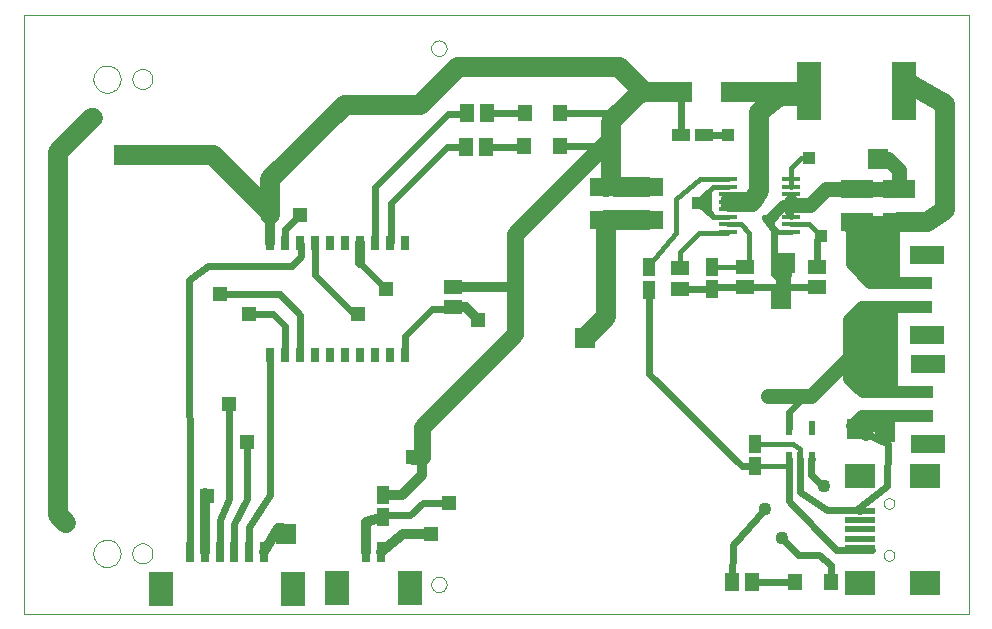
<source format=gtl>
G75*
G70*
%OFA0B0*%
%FSLAX24Y24*%
%IPPOS*%
%LPD*%
%AMOC8*
5,1,8,0,0,1.08239X$1,22.5*
%
%ADD10C,0.0000*%
%ADD11R,0.0300X0.0450*%
%ADD12R,0.0315X0.0709*%
%ADD13R,0.0827X0.1181*%
%ADD14R,0.0217X0.0472*%
%ADD15R,0.1181X0.0630*%
%ADD16R,0.2165X0.0394*%
%ADD17R,0.0984X0.0197*%
%ADD18R,0.0984X0.0787*%
%ADD19R,0.0472X0.0551*%
%ADD20R,0.0512X0.0591*%
%ADD21R,0.0591X0.0177*%
%ADD22R,0.0787X0.1969*%
%ADD23R,0.0709X0.0669*%
%ADD24R,0.1063X0.0630*%
%ADD25R,0.0591X0.0394*%
%ADD26R,0.0591X0.0512*%
%ADD27R,0.0394X0.0591*%
%ADD28C,0.0660*%
%ADD29C,0.0240*%
%ADD30C,0.0320*%
%ADD31C,0.0560*%
%ADD32R,0.0515X0.0515*%
%ADD33C,0.0500*%
%ADD34R,0.0709X0.0709*%
%ADD35C,0.0160*%
%ADD36C,0.0436*%
%ADD37R,0.0436X0.0436*%
%ADD38C,0.0400*%
%ADD39C,0.0120*%
D10*
X000101Y001411D02*
X000101Y021372D01*
X031597Y021372D01*
X031597Y001411D01*
X000101Y001411D01*
X002427Y003431D02*
X002429Y003473D01*
X002435Y003515D01*
X002445Y003557D01*
X002458Y003597D01*
X002476Y003636D01*
X002497Y003673D01*
X002521Y003707D01*
X002549Y003740D01*
X002579Y003770D01*
X002612Y003796D01*
X002647Y003820D01*
X002685Y003840D01*
X002724Y003856D01*
X002764Y003869D01*
X002806Y003878D01*
X002848Y003883D01*
X002891Y003884D01*
X002933Y003881D01*
X002975Y003874D01*
X003016Y003863D01*
X003056Y003848D01*
X003094Y003830D01*
X003131Y003808D01*
X003165Y003783D01*
X003197Y003755D01*
X003225Y003724D01*
X003251Y003690D01*
X003274Y003654D01*
X003293Y003617D01*
X003309Y003577D01*
X003321Y003536D01*
X003329Y003495D01*
X003333Y003452D01*
X003333Y003410D01*
X003329Y003367D01*
X003321Y003326D01*
X003309Y003285D01*
X003293Y003245D01*
X003274Y003208D01*
X003251Y003172D01*
X003225Y003138D01*
X003197Y003107D01*
X003165Y003079D01*
X003131Y003054D01*
X003094Y003032D01*
X003056Y003014D01*
X003016Y002999D01*
X002975Y002988D01*
X002933Y002981D01*
X002891Y002978D01*
X002848Y002979D01*
X002806Y002984D01*
X002764Y002993D01*
X002724Y003006D01*
X002685Y003022D01*
X002647Y003042D01*
X002612Y003066D01*
X002579Y003092D01*
X002549Y003122D01*
X002521Y003155D01*
X002497Y003189D01*
X002476Y003226D01*
X002458Y003265D01*
X002445Y003305D01*
X002435Y003347D01*
X002429Y003389D01*
X002427Y003431D01*
X003726Y003431D02*
X003728Y003467D01*
X003734Y003503D01*
X003744Y003538D01*
X003757Y003572D01*
X003774Y003604D01*
X003794Y003634D01*
X003818Y003661D01*
X003844Y003686D01*
X003873Y003708D01*
X003904Y003727D01*
X003937Y003742D01*
X003971Y003754D01*
X004007Y003762D01*
X004043Y003766D01*
X004079Y003766D01*
X004115Y003762D01*
X004151Y003754D01*
X004185Y003742D01*
X004218Y003727D01*
X004249Y003708D01*
X004278Y003686D01*
X004304Y003661D01*
X004328Y003634D01*
X004348Y003604D01*
X004365Y003572D01*
X004378Y003538D01*
X004388Y003503D01*
X004394Y003467D01*
X004396Y003431D01*
X004394Y003395D01*
X004388Y003359D01*
X004378Y003324D01*
X004365Y003290D01*
X004348Y003258D01*
X004328Y003228D01*
X004304Y003201D01*
X004278Y003176D01*
X004249Y003154D01*
X004218Y003135D01*
X004185Y003120D01*
X004151Y003108D01*
X004115Y003100D01*
X004079Y003096D01*
X004043Y003096D01*
X004007Y003100D01*
X003971Y003108D01*
X003937Y003120D01*
X003904Y003135D01*
X003873Y003154D01*
X003844Y003176D01*
X003818Y003201D01*
X003794Y003228D01*
X003774Y003258D01*
X003757Y003290D01*
X003744Y003324D01*
X003734Y003359D01*
X003728Y003395D01*
X003726Y003431D01*
X013687Y002399D02*
X013689Y002430D01*
X013695Y002461D01*
X013704Y002491D01*
X013717Y002520D01*
X013734Y002547D01*
X013754Y002571D01*
X013776Y002593D01*
X013802Y002612D01*
X013829Y002628D01*
X013858Y002640D01*
X013888Y002649D01*
X013919Y002654D01*
X013951Y002655D01*
X013982Y002652D01*
X014013Y002645D01*
X014043Y002635D01*
X014071Y002621D01*
X014097Y002603D01*
X014121Y002583D01*
X014142Y002559D01*
X014161Y002534D01*
X014176Y002506D01*
X014187Y002477D01*
X014195Y002446D01*
X014199Y002415D01*
X014199Y002383D01*
X014195Y002352D01*
X014187Y002321D01*
X014176Y002292D01*
X014161Y002264D01*
X014142Y002239D01*
X014121Y002215D01*
X014097Y002195D01*
X014071Y002177D01*
X014043Y002163D01*
X014013Y002153D01*
X013982Y002146D01*
X013951Y002143D01*
X013919Y002144D01*
X013888Y002149D01*
X013858Y002158D01*
X013829Y002170D01*
X013802Y002186D01*
X013776Y002205D01*
X013754Y002227D01*
X013734Y002251D01*
X013717Y002278D01*
X013704Y002307D01*
X013695Y002337D01*
X013689Y002368D01*
X013687Y002399D01*
X028774Y003364D02*
X028776Y003390D01*
X028782Y003416D01*
X028792Y003441D01*
X028805Y003464D01*
X028821Y003484D01*
X028841Y003502D01*
X028863Y003517D01*
X028886Y003529D01*
X028912Y003537D01*
X028938Y003541D01*
X028964Y003541D01*
X028990Y003537D01*
X029016Y003529D01*
X029040Y003517D01*
X029061Y003502D01*
X029081Y003484D01*
X029097Y003464D01*
X029110Y003441D01*
X029120Y003416D01*
X029126Y003390D01*
X029128Y003364D01*
X029126Y003338D01*
X029120Y003312D01*
X029110Y003287D01*
X029097Y003264D01*
X029081Y003244D01*
X029061Y003226D01*
X029039Y003211D01*
X029016Y003199D01*
X028990Y003191D01*
X028964Y003187D01*
X028938Y003187D01*
X028912Y003191D01*
X028886Y003199D01*
X028862Y003211D01*
X028841Y003226D01*
X028821Y003244D01*
X028805Y003264D01*
X028792Y003287D01*
X028782Y003312D01*
X028776Y003338D01*
X028774Y003364D01*
X028774Y005096D02*
X028776Y005122D01*
X028782Y005148D01*
X028792Y005173D01*
X028805Y005196D01*
X028821Y005216D01*
X028841Y005234D01*
X028863Y005249D01*
X028886Y005261D01*
X028912Y005269D01*
X028938Y005273D01*
X028964Y005273D01*
X028990Y005269D01*
X029016Y005261D01*
X029040Y005249D01*
X029061Y005234D01*
X029081Y005216D01*
X029097Y005196D01*
X029110Y005173D01*
X029120Y005148D01*
X029126Y005122D01*
X029128Y005096D01*
X029126Y005070D01*
X029120Y005044D01*
X029110Y005019D01*
X029097Y004996D01*
X029081Y004976D01*
X029061Y004958D01*
X029039Y004943D01*
X029016Y004931D01*
X028990Y004923D01*
X028964Y004919D01*
X028938Y004919D01*
X028912Y004923D01*
X028886Y004931D01*
X028862Y004943D01*
X028841Y004958D01*
X028821Y004976D01*
X028805Y004996D01*
X028792Y005019D01*
X028782Y005044D01*
X028776Y005070D01*
X028774Y005096D01*
X013687Y020273D02*
X013689Y020304D01*
X013695Y020335D01*
X013704Y020365D01*
X013717Y020394D01*
X013734Y020421D01*
X013754Y020445D01*
X013776Y020467D01*
X013802Y020486D01*
X013829Y020502D01*
X013858Y020514D01*
X013888Y020523D01*
X013919Y020528D01*
X013951Y020529D01*
X013982Y020526D01*
X014013Y020519D01*
X014043Y020509D01*
X014071Y020495D01*
X014097Y020477D01*
X014121Y020457D01*
X014142Y020433D01*
X014161Y020408D01*
X014176Y020380D01*
X014187Y020351D01*
X014195Y020320D01*
X014199Y020289D01*
X014199Y020257D01*
X014195Y020226D01*
X014187Y020195D01*
X014176Y020166D01*
X014161Y020138D01*
X014142Y020113D01*
X014121Y020089D01*
X014097Y020069D01*
X014071Y020051D01*
X014043Y020037D01*
X014013Y020027D01*
X013982Y020020D01*
X013951Y020017D01*
X013919Y020018D01*
X013888Y020023D01*
X013858Y020032D01*
X013829Y020044D01*
X013802Y020060D01*
X013776Y020079D01*
X013754Y020101D01*
X013734Y020125D01*
X013717Y020152D01*
X013704Y020181D01*
X013695Y020211D01*
X013689Y020242D01*
X013687Y020273D01*
X003726Y019242D02*
X003728Y019278D01*
X003734Y019314D01*
X003744Y019349D01*
X003757Y019383D01*
X003774Y019415D01*
X003794Y019445D01*
X003818Y019472D01*
X003844Y019497D01*
X003873Y019519D01*
X003904Y019538D01*
X003937Y019553D01*
X003971Y019565D01*
X004007Y019573D01*
X004043Y019577D01*
X004079Y019577D01*
X004115Y019573D01*
X004151Y019565D01*
X004185Y019553D01*
X004218Y019538D01*
X004249Y019519D01*
X004278Y019497D01*
X004304Y019472D01*
X004328Y019445D01*
X004348Y019415D01*
X004365Y019383D01*
X004378Y019349D01*
X004388Y019314D01*
X004394Y019278D01*
X004396Y019242D01*
X004394Y019206D01*
X004388Y019170D01*
X004378Y019135D01*
X004365Y019101D01*
X004348Y019069D01*
X004328Y019039D01*
X004304Y019012D01*
X004278Y018987D01*
X004249Y018965D01*
X004218Y018946D01*
X004185Y018931D01*
X004151Y018919D01*
X004115Y018911D01*
X004079Y018907D01*
X004043Y018907D01*
X004007Y018911D01*
X003971Y018919D01*
X003937Y018931D01*
X003904Y018946D01*
X003873Y018965D01*
X003844Y018987D01*
X003818Y019012D01*
X003794Y019039D01*
X003774Y019069D01*
X003757Y019101D01*
X003744Y019135D01*
X003734Y019170D01*
X003728Y019206D01*
X003726Y019242D01*
X002427Y019242D02*
X002429Y019284D01*
X002435Y019326D01*
X002445Y019368D01*
X002458Y019408D01*
X002476Y019447D01*
X002497Y019484D01*
X002521Y019518D01*
X002549Y019551D01*
X002579Y019581D01*
X002612Y019607D01*
X002647Y019631D01*
X002685Y019651D01*
X002724Y019667D01*
X002764Y019680D01*
X002806Y019689D01*
X002848Y019694D01*
X002891Y019695D01*
X002933Y019692D01*
X002975Y019685D01*
X003016Y019674D01*
X003056Y019659D01*
X003094Y019641D01*
X003131Y019619D01*
X003165Y019594D01*
X003197Y019566D01*
X003225Y019535D01*
X003251Y019501D01*
X003274Y019465D01*
X003293Y019428D01*
X003309Y019388D01*
X003321Y019347D01*
X003329Y019306D01*
X003333Y019263D01*
X003333Y019221D01*
X003329Y019178D01*
X003321Y019137D01*
X003309Y019096D01*
X003293Y019056D01*
X003274Y019019D01*
X003251Y018983D01*
X003225Y018949D01*
X003197Y018918D01*
X003165Y018890D01*
X003131Y018865D01*
X003094Y018843D01*
X003056Y018825D01*
X003016Y018810D01*
X002975Y018799D01*
X002933Y018792D01*
X002891Y018789D01*
X002848Y018790D01*
X002806Y018795D01*
X002764Y018804D01*
X002724Y018817D01*
X002685Y018833D01*
X002647Y018853D01*
X002612Y018877D01*
X002579Y018903D01*
X002549Y018933D01*
X002521Y018966D01*
X002497Y019000D01*
X002476Y019037D01*
X002458Y019076D01*
X002445Y019116D01*
X002435Y019158D01*
X002429Y019200D01*
X002427Y019242D01*
D11*
X008329Y013783D03*
X008829Y013783D03*
X009329Y013783D03*
X009829Y013783D03*
X010329Y013783D03*
X010829Y013783D03*
X011329Y013783D03*
X011829Y013783D03*
X012329Y013783D03*
X012829Y013773D03*
X012829Y010033D03*
X012329Y010033D03*
X011829Y010033D03*
X011329Y010033D03*
X010829Y010033D03*
X010329Y010033D03*
X009829Y010033D03*
X009329Y010033D03*
X008829Y010033D03*
X008329Y010033D03*
D12*
X008111Y003486D03*
X007619Y003486D03*
X007126Y003486D03*
X006634Y003486D03*
X006142Y003486D03*
X005650Y003486D03*
X011520Y003494D03*
X012012Y003494D03*
D13*
X012996Y002263D03*
X010536Y002263D03*
X009095Y002256D03*
X004666Y002256D03*
D14*
X025617Y006572D03*
X025991Y006572D03*
X026365Y006572D03*
X026365Y007596D03*
X025617Y007596D03*
D15*
X030254Y007065D03*
X030254Y009742D03*
X030207Y010702D03*
X030207Y013380D03*
D16*
X029313Y012435D03*
X029313Y011647D03*
X029361Y008797D03*
X029361Y008009D03*
D17*
X027967Y004860D03*
X027967Y004545D03*
X027967Y004230D03*
X027967Y003915D03*
X027967Y003600D03*
D18*
X027967Y002458D03*
X030132Y002458D03*
X030132Y006002D03*
X027967Y006002D03*
D19*
X027006Y002482D03*
X025825Y002482D03*
X017975Y017009D03*
X016794Y017009D03*
X016802Y018112D03*
X017983Y018112D03*
D20*
X015561Y018116D03*
X014892Y018116D03*
X014861Y016974D03*
X015530Y016974D03*
X023703Y002486D03*
X024372Y002486D03*
D21*
X023569Y014150D03*
X023569Y014400D03*
X023569Y014650D03*
X023569Y014900D03*
X023569Y015150D03*
X023569Y015400D03*
X023569Y015650D03*
X023569Y015900D03*
X025687Y015900D03*
X025687Y015650D03*
X025687Y015400D03*
X025687Y015150D03*
X025687Y014900D03*
X025687Y014650D03*
X025687Y014400D03*
X025687Y014150D03*
D22*
X026290Y018844D03*
X029439Y018844D03*
D23*
X023676Y018824D03*
X022061Y018824D03*
D24*
X020880Y015659D03*
X019502Y015659D03*
X019502Y014557D03*
X020880Y014557D03*
X027865Y014466D03*
X027865Y015569D03*
X029282Y015569D03*
X029282Y014466D03*
D25*
X022770Y017395D03*
X022030Y017395D03*
D26*
X021983Y012931D03*
X021983Y012261D03*
X024148Y012309D03*
X024148Y012978D03*
X026557Y012970D03*
X026557Y012301D03*
X014404Y012305D03*
X014404Y011635D03*
D27*
X020963Y012222D03*
X020963Y012962D03*
X023054Y012978D03*
X023054Y012238D03*
X024467Y007088D03*
X024467Y006348D03*
X012093Y005395D03*
X012093Y004655D03*
D28*
X018802Y010624D02*
X019502Y011324D01*
X019502Y014557D01*
X020880Y014557D01*
X020880Y015659D02*
X019833Y015659D01*
X019668Y015824D01*
X019502Y015659D01*
X019668Y015824D02*
X019668Y017041D01*
X019668Y017277D01*
X019668Y017828D01*
X019845Y018006D01*
X020664Y018824D01*
X020770Y018824D01*
X019955Y019639D01*
X014589Y019639D01*
X013329Y018380D01*
X010809Y018380D01*
X008329Y015899D01*
X008329Y014797D01*
X006400Y016726D01*
X003447Y016726D01*
X002424Y017946D02*
X002384Y017946D01*
X001243Y016805D01*
X001243Y004718D01*
X001518Y004443D01*
X008329Y014718D02*
X008329Y014797D01*
X020770Y018824D02*
X022061Y018824D01*
X023676Y018824D02*
X026270Y018824D01*
X026290Y018844D01*
X026140Y018694D01*
X025298Y018694D01*
X024628Y018143D01*
X024628Y015506D01*
X024392Y015151D01*
X023644Y015151D01*
X028487Y011411D02*
X028487Y011293D01*
X028487Y009246D01*
X028920Y009246D01*
X028920Y009009D01*
X028920Y011450D01*
X028487Y011293D02*
X028093Y011293D01*
X028093Y009206D01*
X028132Y009206D01*
X029282Y014466D02*
X030203Y014466D01*
X030809Y014876D01*
X030809Y018419D01*
X029589Y019128D01*
X029589Y018994D01*
X029439Y018844D01*
D29*
X025534Y015072D02*
X025337Y015072D01*
X024904Y014639D01*
X024825Y014600D02*
X024983Y014521D01*
X025534Y015072D01*
X025140Y014639D02*
X025022Y014521D01*
X024825Y014600D01*
X025101Y014206D01*
X025101Y012750D01*
X025550Y012301D01*
X026557Y012301D01*
X024156Y012301D01*
X024148Y012309D01*
X023164Y012309D01*
X023054Y012238D01*
X023030Y012261D01*
X021983Y012261D01*
X020963Y012222D02*
X020963Y009407D01*
X024038Y006332D01*
X024451Y006332D01*
X024467Y006348D01*
X025617Y006572D02*
X025617Y005194D01*
X027187Y003537D01*
X028376Y003537D01*
X027967Y003600D01*
X027006Y003049D02*
X026597Y003380D01*
X025928Y003380D01*
X025376Y003931D01*
X024825Y004915D02*
X023743Y003714D01*
X023703Y002486D01*
X024372Y002486D02*
X025231Y002486D01*
X025825Y002482D01*
X027006Y002482D02*
X027006Y003049D01*
X026872Y004876D02*
X027857Y004876D01*
X028880Y005663D01*
X028920Y007080D01*
X027896Y007592D01*
X027699Y007553D01*
X027699Y007671D01*
X026365Y006572D02*
X026361Y006569D01*
X026361Y006057D01*
X026754Y005663D01*
X026794Y005663D01*
X026872Y004876D02*
X025991Y005490D01*
X025991Y006572D01*
X025617Y007596D02*
X025617Y008147D01*
X027069Y009600D01*
X027620Y009600D01*
X026557Y012970D02*
X026557Y013891D01*
X026676Y014009D01*
X023565Y017395D02*
X022770Y017395D01*
X022030Y017395D02*
X022030Y018793D01*
X022061Y018824D01*
X019845Y018006D02*
X019739Y018112D01*
X017983Y018112D01*
X016802Y018112D02*
X016798Y018116D01*
X015561Y018116D01*
X014892Y018116D02*
X014841Y018065D01*
X014235Y018065D01*
X011829Y015659D01*
X011829Y013783D01*
X012329Y013783D02*
X012345Y013799D01*
X012345Y015112D01*
X014207Y016974D01*
X014861Y016974D01*
X015530Y016974D02*
X016758Y016974D01*
X016794Y017009D01*
X017975Y017009D02*
X019636Y017009D01*
X019668Y017041D01*
X012187Y012238D02*
X011329Y013096D01*
X009829Y013783D02*
X009825Y013779D01*
X009825Y012710D01*
X011124Y011411D01*
X011243Y011411D01*
X012829Y010675D02*
X013723Y011569D01*
X014337Y011569D01*
X014404Y011635D01*
X012829Y010675D02*
X012829Y010033D01*
X009329Y010033D02*
X009329Y011395D01*
X008644Y012080D01*
X006636Y012080D01*
X006243Y013025D02*
X005611Y012551D01*
X005650Y003486D01*
X006634Y003486D02*
X006634Y004559D01*
X006951Y005230D01*
X006951Y008419D01*
X007542Y007159D02*
X007542Y005230D01*
X007126Y004421D01*
X007126Y003486D01*
X007619Y003486D02*
X007619Y004322D01*
X008329Y005387D01*
X008329Y010033D01*
X008802Y010060D02*
X008829Y010033D01*
X008802Y010060D02*
X008802Y011017D01*
X008408Y011411D01*
X007620Y011411D01*
X006243Y013025D02*
X009038Y013025D01*
X009353Y013340D01*
X009353Y013759D01*
X009329Y013783D01*
X008829Y013783D02*
X008829Y014234D01*
X009313Y014718D01*
X013408Y005112D02*
X012975Y004718D01*
X012156Y004718D01*
X012093Y004655D01*
X013408Y005112D02*
X014274Y005112D01*
X027857Y004876D02*
X027872Y004876D01*
X027967Y004860D01*
D30*
X016479Y012356D02*
X016428Y012305D01*
X014404Y012305D01*
X014404Y011635D02*
X014837Y011635D01*
X015258Y011214D01*
X011329Y013096D02*
X011329Y013783D01*
X008329Y013783D02*
X008329Y014718D01*
X013369Y006647D02*
X013369Y006057D01*
X012707Y005395D01*
X012093Y005395D01*
X012093Y004655D02*
X011520Y004480D01*
X011520Y003494D01*
X012012Y003494D02*
X012735Y004084D01*
X013683Y004088D01*
X008841Y004088D02*
X008841Y004167D01*
X008723Y004285D01*
X008595Y004285D01*
X008111Y003486D01*
X006142Y003486D02*
X006142Y005444D01*
X006203Y005348D01*
D31*
X013369Y006647D02*
X013369Y007631D01*
X016479Y010742D01*
X016479Y012474D01*
X016479Y014088D01*
X019668Y017277D01*
X016479Y012474D02*
X016479Y012356D01*
D32*
X015258Y011214D03*
X012187Y012238D03*
X011243Y011411D03*
X007620Y011411D03*
X006636Y012080D03*
X009313Y014718D03*
X002424Y017946D03*
X006951Y008419D03*
X007542Y007159D03*
X006203Y005348D03*
X001518Y004443D03*
X013093Y006647D03*
X014274Y005112D03*
X013683Y004088D03*
D33*
X013369Y006647D02*
X013093Y006647D01*
X024904Y008694D02*
X026361Y008694D01*
X027620Y009954D01*
X025337Y011923D02*
X025494Y013104D01*
X025805Y015033D02*
X025687Y015150D01*
X025805Y015033D02*
X026321Y015033D01*
X026857Y015569D01*
X027865Y015569D01*
X029282Y015569D01*
X029274Y015576D01*
X029274Y016214D01*
X028920Y016569D01*
X028565Y016569D01*
D34*
X028565Y016569D03*
X025494Y013104D03*
X025337Y011923D03*
X027896Y007592D03*
X028802Y007474D03*
X018802Y010624D03*
X008841Y004088D03*
X003447Y016726D03*
D35*
X018802Y010624D02*
X019392Y011214D01*
X019431Y011214D01*
X019550Y011332D01*
X019550Y014482D01*
X019624Y014557D01*
X020880Y014557D01*
X021833Y014128D02*
X021833Y015230D01*
X022660Y015899D01*
X023568Y015899D01*
X023569Y015900D01*
X023569Y015650D02*
X023080Y015650D01*
X022935Y015506D01*
X022935Y014836D01*
X023121Y014650D01*
X023569Y014650D01*
X023569Y014400D02*
X024001Y014400D01*
X024274Y014128D01*
X024274Y013104D01*
X024148Y012978D01*
X023054Y012978D01*
X021983Y012931D02*
X021983Y013490D01*
X022620Y014128D01*
X023547Y014128D01*
X023569Y014150D01*
X023093Y014639D02*
X022581Y015072D01*
X022542Y015112D01*
X022896Y015466D01*
X022896Y014915D01*
X022857Y014876D01*
X022857Y014915D01*
X022660Y015112D01*
X022699Y015112D01*
X022817Y015230D01*
X022817Y015072D01*
X022620Y015072D01*
X022581Y015112D01*
X023569Y015150D02*
X023569Y014900D01*
X023569Y015150D02*
X023569Y015400D01*
X023569Y015226D01*
X023644Y015151D01*
X024786Y014639D02*
X024825Y014600D01*
X025061Y014561D02*
X025061Y014324D01*
X025236Y014150D01*
X025687Y014150D01*
X025687Y014400D02*
X026285Y014400D01*
X026676Y014009D01*
X025687Y014650D02*
X025687Y014900D01*
X025687Y015150D01*
X025612Y015150D01*
X025534Y015072D01*
X025687Y015150D02*
X025687Y015400D01*
X025687Y015650D02*
X025687Y015900D01*
X025691Y015904D01*
X025691Y016293D01*
X026006Y016608D01*
X026282Y016608D01*
X025558Y014797D02*
X025687Y014650D01*
X025140Y014639D02*
X025061Y014561D01*
X021833Y014128D02*
X020963Y013061D01*
X020963Y012962D01*
X028526Y007828D02*
X028526Y007631D01*
X028723Y007671D01*
X025967Y006923D02*
X025967Y006557D01*
X025991Y006572D01*
X025617Y006572D02*
X025550Y006348D01*
X024467Y006348D01*
X024467Y007088D02*
X025762Y007088D01*
X025967Y006923D01*
D36*
X026794Y005663D03*
X024825Y004915D03*
X025376Y003931D03*
X024904Y008694D03*
D37*
X026676Y014009D03*
X026282Y016608D03*
X023565Y017395D03*
X022581Y015112D03*
D38*
X027660Y014285D02*
X029077Y014285D01*
X029117Y014246D01*
X029117Y012710D01*
X028998Y012592D01*
X028605Y012592D01*
X027935Y013261D01*
X027935Y014009D01*
X028762Y014009D01*
X028802Y013970D01*
X028802Y012828D01*
X028762Y012789D01*
X028762Y012907D01*
X028211Y013458D01*
X028211Y013773D01*
X028132Y013852D01*
X028487Y013852D01*
X028565Y013773D01*
X028565Y013340D01*
X028526Y013301D01*
X028526Y013805D01*
X027865Y014466D01*
X029282Y014466D01*
X027699Y014246D02*
X027660Y014285D01*
X027699Y014246D02*
X027699Y013065D01*
X028329Y012435D01*
X029313Y012435D01*
X029313Y011647D02*
X028054Y011647D01*
X027620Y011214D01*
X027620Y009954D01*
X027620Y009600D01*
X027620Y009246D01*
X027916Y008950D01*
X028069Y008797D01*
X029361Y008797D01*
X028998Y008931D02*
X028920Y009009D01*
X028841Y009088D01*
X027778Y009088D01*
X027916Y008950D01*
X028038Y008009D02*
X027699Y007671D01*
X028644Y007671D01*
X028920Y007946D01*
X028369Y007946D01*
X028172Y007395D01*
X027896Y007592D01*
X028038Y008009D02*
X029361Y008009D01*
D39*
X028802Y007513D02*
X028644Y007671D01*
X028802Y007513D02*
X028802Y007474D01*
X023569Y014650D02*
X023541Y014639D01*
X023093Y014639D01*
M02*

</source>
